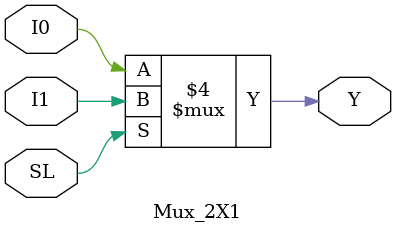
<source format=v>
`timescale 1ns / 1ps

module Mux_2X1(I0,I1,SL,Y);
input I0,I1,SL;
output reg Y;

//logic for 2X1 Mux
always @(I0,I1,SL) begin
if(SL==1'b0)
Y<=I0;
else
Y<=I1;
end
endmodule

</source>
